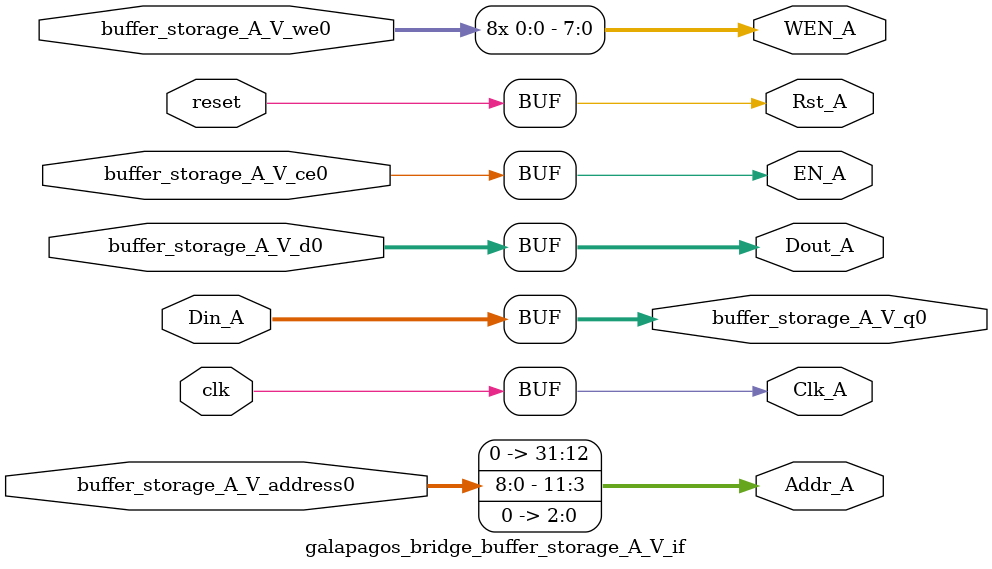
<source format=v>


`timescale 1ns/1ps

module galapagos_bridge_buffer_storage_A_V_if (
    // system singals
    input  wire        clk,
    input  wire        reset,
    // user signals
    input  wire [8:0]  buffer_storage_A_V_address0,
    input  wire        buffer_storage_A_V_ce0,
    input  wire [63:0] buffer_storage_A_V_d0,
    output wire [63:0] buffer_storage_A_V_q0,
    input  wire        buffer_storage_A_V_we0,
    // bus signals
    output wire        Clk_A,
    output wire        Rst_A,
    output wire        EN_A,
    output wire [7:0]  WEN_A,
    output wire [31:0] Addr_A,
    output wire [63:0] Dout_A,
    input  wire [63:0] Din_A
);
//------------------------Body---------------------------
assign Clk_A                 = clk;
assign Rst_A                 = reset;
assign EN_A                  = buffer_storage_A_V_ce0;
assign Addr_A                = {buffer_storage_A_V_address0, 3'b0};
assign WEN_A                 = {8{buffer_storage_A_V_we0}};
assign Dout_A                = buffer_storage_A_V_d0;
assign buffer_storage_A_V_q0 = Din_A[63:0];

endmodule

</source>
